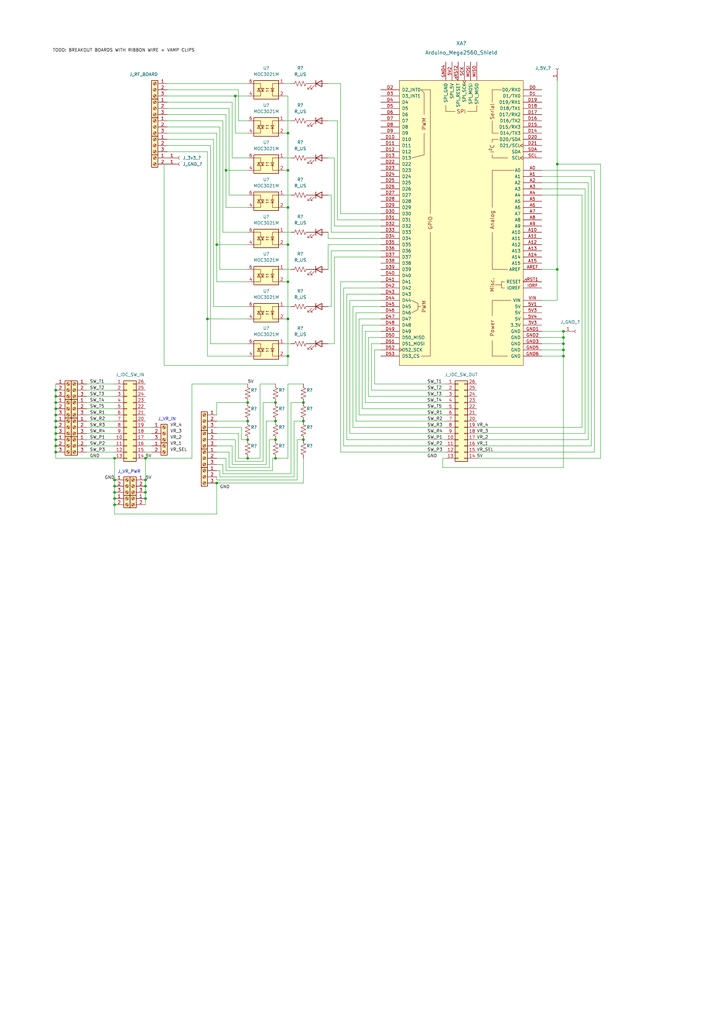
<source format=kicad_sch>
(kicad_sch (version 20211123) (generator eeschema)
  (paper "A3" portrait)
  (lib_symbols
    (symbol "Connector:Conn_01x01_Female" (pin_names (offset 1.016) hide)
      (property "Reference" "J" (at 0 2.54 0))
      (property "Value" "Conn_01x01_Female" (at 0 -2.54 0))
      (symbol "Conn_01x01_Female_1_1"
        (polyline (pts (xy -1.27 0) (xy -0.508 0)) (stroke (width 0.1524)))
        (arc (start 0 0.508) (mid -0.508 0) (end 0 -0.508) (stroke (width 0.1524)))
        (pin passive line (at -5.08 0 0) (length 3.81) (name "Pin_1") (number "1"))
      )
    )
    (symbol "Connector:Screw_Terminal_01x02" (pin_names (offset 1.016) hide)
      (property "Reference" "J" (at 0 2.54 0))
      (property "Value" "Screw_Terminal_01x02" (at 0 -5.08 0))
      (symbol "Screw_Terminal_01x02_1_1"
        (rectangle (start -1.27 1.27) (end 1.27 -3.81) (stroke (width 0.254)) (fill (type background)))
        (circle (center 0 -2.54) (radius 0.635) (stroke (width 0.1524)))
        (polyline (pts (xy -0.5334 -2.2098) (xy 0.3302 -3.048)) (stroke (width 0.1524)))
        (polyline (pts (xy -0.5334 0.3302) (xy 0.3302 -0.508)) (stroke (width 0.1524)))
        (polyline (pts (xy -0.3556 -2.032) (xy 0.508 -2.8702)) (stroke (width 0.1524)))
        (polyline (pts (xy -0.3556 0.508) (xy 0.508 -0.3302)) (stroke (width 0.1524)))
        (circle (center 0 0) (radius 0.635) (stroke (width 0.1524)))
        (pin passive line (at -5.08 0 0) (length 3.81) (name "Pin_1") (number "1"))
        (pin passive line (at -5.08 -2.54 0) (length 3.81) (name "Pin_2") (number "2"))
      )
    )
    (symbol "Connector:Screw_Terminal_01x03" (pin_names (offset 1.016) hide)
      (property "Reference" "J" (at 0 5.08 0))
      (property "Value" "Screw_Terminal_01x03" (at 0 -5.08 0))
      (symbol "Screw_Terminal_01x03_1_1"
        (rectangle (start -1.27 3.81) (end 1.27 -3.81) (stroke (width 0.254)) (fill (type background)))
        (circle (center 0 -2.54) (radius 0.635) (stroke (width 0.1524)))
        (polyline (pts (xy -0.5334 -2.2098) (xy 0.3302 -3.048)) (stroke (width 0.1524)))
        (polyline (pts (xy -0.5334 0.3302) (xy 0.3302 -0.508)) (stroke (width 0.1524)))
        (polyline (pts (xy -0.5334 2.8702) (xy 0.3302 2.032)) (stroke (width 0.1524)))
        (polyline (pts (xy -0.3556 -2.032) (xy 0.508 -2.8702)) (stroke (width 0.1524)))
        (polyline (pts (xy -0.3556 0.508) (xy 0.508 -0.3302)) (stroke (width 0.1524)))
        (polyline (pts (xy -0.3556 3.048) (xy 0.508 2.2098)) (stroke (width 0.1524)))
        (circle (center 0 0) (radius 0.635) (stroke (width 0.1524)))
        (circle (center 0 2.54) (radius 0.635) (stroke (width 0.1524)))
        (pin passive line (at -5.08 2.54 0) (length 3.81) (name "Pin_1") (number "1"))
        (pin passive line (at -5.08 0 0) (length 3.81) (name "Pin_2") (number "2"))
        (pin passive line (at -5.08 -2.54 0) (length 3.81) (name "Pin_3") (number "3"))
      )
    )
    (symbol "Connector_Generic:Conn_02x13_Counter_Clockwise" (pin_names (offset 1.016) hide)
      (property "Reference" "J" (at 1.27 17.78 0))
      (property "Value" "Conn_02x13_Counter_Clockwise" (at 1.27 -17.78 0))
      (symbol "Conn_02x13_Counter_Clockwise_1_1"
        (rectangle (start -1.27 -15.113) (end 0 -15.367) (stroke (width 0.1524)))
        (rectangle (start -1.27 -12.573) (end 0 -12.827) (stroke (width 0.1524)))
        (rectangle (start -1.27 -10.033) (end 0 -10.287) (stroke (width 0.1524)))
        (rectangle (start -1.27 -7.493) (end 0 -7.747) (stroke (width 0.1524)))
        (rectangle (start -1.27 -4.953) (end 0 -5.207) (stroke (width 0.1524)))
        (rectangle (start -1.27 -2.413) (end 0 -2.667) (stroke (width 0.1524)))
        (rectangle (start -1.27 0.127) (end 0 -0.127) (stroke (width 0.1524)))
        (rectangle (start -1.27 2.667) (end 0 2.413) (stroke (width 0.1524)))
        (rectangle (start -1.27 5.207) (end 0 4.953) (stroke (width 0.1524)))
        (rectangle (start -1.27 7.747) (end 0 7.493) (stroke (width 0.1524)))
        (rectangle (start -1.27 10.287) (end 0 10.033) (stroke (width 0.1524)))
        (rectangle (start -1.27 12.827) (end 0 12.573) (stroke (width 0.1524)))
        (rectangle (start -1.27 15.367) (end 0 15.113) (stroke (width 0.1524)))
        (rectangle (start -1.27 16.51) (end 3.81 -16.51) (stroke (width 0.254)) (fill (type background)))
        (rectangle (start 3.81 -15.113) (end 2.54 -15.367) (stroke (width 0.1524)))
        (rectangle (start 3.81 -12.573) (end 2.54 -12.827) (stroke (width 0.1524)))
        (rectangle (start 3.81 -10.033) (end 2.54 -10.287) (stroke (width 0.1524)))
        (rectangle (start 3.81 -7.493) (end 2.54 -7.747) (stroke (width 0.1524)))
        (rectangle (start 3.81 -4.953) (end 2.54 -5.207) (stroke (width 0.1524)))
        (rectangle (start 3.81 -2.413) (end 2.54 -2.667) (stroke (width 0.1524)))
        (rectangle (start 3.81 0.127) (end 2.54 -0.127) (stroke (width 0.1524)))
        (rectangle (start 3.81 2.667) (end 2.54 2.413) (stroke (width 0.1524)))
        (rectangle (start 3.81 5.207) (end 2.54 4.953) (stroke (width 0.1524)))
        (rectangle (start 3.81 7.747) (end 2.54 7.493) (stroke (width 0.1524)))
        (rectangle (start 3.81 10.287) (end 2.54 10.033) (stroke (width 0.1524)))
        (rectangle (start 3.81 12.827) (end 2.54 12.573) (stroke (width 0.1524)))
        (rectangle (start 3.81 15.367) (end 2.54 15.113) (stroke (width 0.1524)))
        (pin passive line (at -5.08 15.24 0) (length 3.81) (name "Pin_1") (number "1"))
        (pin passive line (at -5.08 -7.62 0) (length 3.81) (name "Pin_10") (number "10"))
        (pin passive line (at -5.08 -10.16 0) (length 3.81) (name "Pin_11") (number "11"))
        (pin passive line (at -5.08 -12.7 0) (length 3.81) (name "Pin_12") (number "12"))
        (pin passive line (at -5.08 -15.24 0) (length 3.81) (name "Pin_13") (number "13"))
        (pin passive line (at 7.62 -15.24 180) (length 3.81) (name "Pin_14") (number "14"))
        (pin passive line (at 7.62 -12.7 180) (length 3.81) (name "Pin_15") (number "15"))
        (pin passive line (at 7.62 -10.16 180) (length 3.81) (name "Pin_16") (number "16"))
        (pin passive line (at 7.62 -7.62 180) (length 3.81) (name "Pin_17") (number "17"))
        (pin passive line (at 7.62 -5.08 180) (length 3.81) (name "Pin_18") (number "18"))
        (pin passive line (at 7.62 -2.54 180) (length 3.81) (name "Pin_19") (number "19"))
        (pin passive line (at -5.08 12.7 0) (length 3.81) (name "Pin_2") (number "2"))
        (pin passive line (at 7.62 0 180) (length 3.81) (name "Pin_20") (number "20"))
        (pin passive line (at 7.62 2.54 180) (length 3.81) (name "Pin_21") (number "21"))
        (pin passive line (at 7.62 5.08 180) (length 3.81) (name "Pin_22") (number "22"))
        (pin passive line (at 7.62 7.62 180) (length 3.81) (name "Pin_23") (number "23"))
        (pin passive line (at 7.62 10.16 180) (length 3.81) (name "Pin_24") (number "24"))
        (pin passive line (at 7.62 12.7 180) (length 3.81) (name "Pin_25") (number "25"))
        (pin passive line (at 7.62 15.24 180) (length 3.81) (name "Pin_26") (number "26"))
        (pin passive line (at -5.08 10.16 0) (length 3.81) (name "Pin_3") (number "3"))
        (pin passive line (at -5.08 7.62 0) (length 3.81) (name "Pin_4") (number "4"))
        (pin passive line (at -5.08 5.08 0) (length 3.81) (name "Pin_5") (number "5"))
        (pin passive line (at -5.08 2.54 0) (length 3.81) (name "Pin_6") (number "6"))
        (pin passive line (at -5.08 0 0) (length 3.81) (name "Pin_7") (number "7"))
        (pin passive line (at -5.08 -2.54 0) (length 3.81) (name "Pin_8") (number "8"))
        (pin passive line (at -5.08 -5.08 0) (length 3.81) (name "Pin_9") (number "9"))
      )
    )
    (symbol "Device:LED" (pin_numbers hide) (pin_names (offset 1.016) hide)
      (property "Reference" "D" (at 0 2.54 0))
      (property "Value" "LED" (at 0 -2.54 0))
      (symbol "LED_0_1"
        (polyline (pts (xy -1.27 -1.27) (xy -1.27 1.27)) (stroke (width 0.254)))
        (polyline (pts (xy -1.27 0) (xy 1.27 0)))
        (polyline (pts (xy 1.27 -1.27) (xy 1.27 1.27) (xy -1.27 0) (xy 1.27 -1.27)) (stroke (width 0.254)))
        (polyline (pts (xy -3.048 -0.762) (xy -4.572 -2.286) (xy -3.81 -2.286) (xy -4.572 -2.286) (xy -4.572 -1.524)))
        (polyline (pts (xy -1.778 -0.762) (xy -3.302 -2.286) (xy -2.54 -2.286) (xy -3.302 -2.286) (xy -3.302 -1.524)))
      )
      (symbol "LED_1_1"
        (pin passive line (at -3.81 0 0) (length 2.54) (name "K") (number "1"))
        (pin passive line (at 3.81 0 180) (length 2.54) (name "A") (number "2"))
      )
    )
    (symbol "Device:R_US" (pin_numbers hide) (pin_names (offset 0))
      (property "Reference" "R" (at 2.54 0 90))
      (property "Value" "R_US" (at -2.54 0 90))
      (symbol "R_US_0_1"
        (polyline (pts (xy 0 -2.286) (xy 0 -2.54)))
        (polyline (pts (xy 0 2.286) (xy 0 2.54)))
        (polyline (pts (xy 0 -0.762) (xy 1.016 -1.143) (xy 0 -1.524) (xy -1.016 -1.905) (xy 0 -2.286)))
        (polyline (pts (xy 0 0.762) (xy 1.016 0.381) (xy 0 0) (xy -1.016 -0.381) (xy 0 -0.762)))
        (polyline (pts (xy 0 2.286) (xy 1.016 1.905) (xy 0 1.524) (xy -1.016 1.143) (xy 0 0.762)))
      )
      (symbol "R_US_1_1"
        (pin passive line (at 0 3.81 270) (length 1.27) (name "~") (number "1"))
        (pin passive line (at 0 -3.81 90) (length 1.27) (name "~") (number "2"))
      )
    )
    (symbol "PCM_arduino-library:Arduino_Mega2560_Shield" (pin_names (offset 1.016))
      (property "Reference" "XA" (at 0 -62.23 0))
      (property "Value" "Arduino_Mega2560_Shield" (at 0 -66.04 0))
      (symbol "Arduino_Mega2560_Shield_0_0"
        (rectangle (start -25.4 -58.42) (end 25.4 58.42) (fill (type background)))
        (rectangle (start -20.32 -31.75) (end -12.7 -31.75))
        (rectangle (start -19.05 -54.61) (end -12.7 -54.61))
        (rectangle (start -19.05 -19.05) (end -12.7 -19.05))
        (rectangle (start -19.05 26.67) (end -12.7 26.67))
        (rectangle (start -17.78 -26.67) (end -16.51 -26.67))
        (rectangle (start -17.78 -24.13) (end -16.51 -24.13))
        (rectangle (start -16.51 -25.4) (end -13.97 -25.4))
        (rectangle (start -16.51 -24.13) (end -16.51 -26.67))
        (rectangle (start -16.51 54.61) (end -12.7 54.61))
        (rectangle (start -15.24 34.29) (end -12.7 34.29))
        (rectangle (start -15.24 36.83) (end -12.7 36.83))
        (rectangle (start -12.7 -54.61) (end -12.7 -48.26))
        (rectangle (start -12.7 -31.75) (end -12.7 -38.1))
        (rectangle (start -12.7 26.67) (end -12.7 27.94))
        (rectangle (start -12.7 34.29) (end -12.7 33.02))
        (rectangle (start -12.7 41.91) (end -12.7 36.83))
        (rectangle (start -12.7 49.53) (end -12.7 54.61))
        (rectangle (start -6.35 48.26) (end -6.35 45.72))
        (rectangle (start -2.54 45.72) (end -6.35 45.72))
        (polyline (pts (xy -21.59 21.59) (xy -12.7 21.59)))
        (polyline (pts (xy -12.7 -19.05) (xy -12.7 -3.81)))
        (polyline (pts (xy -12.7 6.35) (xy -12.7 21.59)))
        (polyline (pts (xy 12.7 -54.61) (xy 16.51 -54.61)))
        (polyline (pts (xy 12.7 54.61) (xy 16.51 54.61)))
        (polyline (pts (xy 17.78 -34.29) (xy 16.51 -34.29)))
        (polyline (pts (xy 15.24 36.83) (xy 15.24 27.94) (xy 20.32 26.67)))
        (polyline (pts (xy 15.24 44.45) (xy 15.24 53.34) (xy 16.51 54.61)))
        (polyline (pts (xy 20.32 -31.75) (xy 17.78 -33.02) (xy 17.78 -35.56) (xy 20.32 -36.83)))
        (rectangle (start 6.35 45.72) (end 2.54 45.72))
        (rectangle (start 6.35 48.26) (end 6.35 45.72))
        (text "Analog" (at -12.7 1.27 900) (effects (font (size 1.524 1.524))))
        (text "I²C" (at -12.7 30.48 900) (effects (font (size 1.524 1.524))))
        (text "Misc." (at -12.7 -25.4 900) (effects (font (size 1.524 1.524))))
        (text "Power" (at -12.7 -43.18 900) (effects (font (size 1.524 1.524))))
        (text "PWM" (at 15.24 -34.29 900) (effects (font (size 1.524 1.524))))
        (text "PWM" (at 15.24 40.64 900) (effects (font (size 1.524 1.524))))
        (text "Serial" (at -12.7 45.72 900) (effects (font (size 1.524 1.524))))
        (text "SPI" (at 0 45.72 0) (effects (font (size 1.524 1.524))))
      )
      (symbol "Arduino_Mega2560_Shield_1_0"
        (rectangle (start 12.7 -54.61) (end 12.7 -3.81))
        (rectangle (start 12.7 54.61) (end 12.7 3.81))
        (text "GPIO" (at 12.7 0 900) (effects (font (size 1.524 1.524))))
      )
      (symbol "Arduino_Mega2560_Shield_1_1"
        (pin power_out line (at -33.02 -41.91 0) (length 7.62) (name "3.3V") (number "3V3"))
        (pin power_in line (at -33.02 -34.29 0) (length 7.62) (name "5V") (number "5V1"))
        (pin power_in line (at 3.81 66.04 270) (length 7.62) (name "SPI_5V") (number "5V2"))
        (pin power_in line (at -33.02 -36.83 0) (length 7.62) (name "5V") (number "5V3"))
        (pin power_in line (at -33.02 -39.37 0) (length 7.62) (name "5V") (number "5V4"))
        (pin bidirectional line (at -33.02 21.59 0) (length 7.62) (name "A0") (number "A0"))
        (pin bidirectional line (at -33.02 19.05 0) (length 7.62) (name "A1") (number "A1"))
        (pin bidirectional line (at -33.02 -3.81 0) (length 7.62) (name "A10") (number "A10"))
        (pin bidirectional line (at -33.02 -6.35 0) (length 7.62) (name "A11") (number "A11"))
        (pin bidirectional line (at -33.02 -8.89 0) (length 7.62) (name "A12") (number "A12"))
        (pin bidirectional line (at -33.02 -11.43 0) (length 7.62) (name "A13") (number "A13"))
        (pin bidirectional line (at -33.02 -13.97 0) (length 7.62) (name "A14") (number "A14"))
        (pin bidirectional line (at -33.02 -16.51 0) (length 7.62) (name "A15") (number "A15"))
        (pin bidirectional line (at -33.02 16.51 0) (length 7.62) (name "A2") (number "A2"))
        (pin bidirectional line (at -33.02 13.97 0) (length 7.62) (name "A3") (number "A3"))
        (pin bidirectional line (at -33.02 11.43 0) (length 7.62) (name "A4") (number "A4"))
        (pin bidirectional line (at -33.02 8.89 0) (length 7.62) (name "A5") (number "A5"))
        (pin bidirectional line (at -33.02 6.35 0) (length 7.62) (name "A6") (number "A6"))
        (pin bidirectional line (at -33.02 3.81 0) (length 7.62) (name "A7") (number "A7"))
        (pin bidirectional line (at -33.02 1.27 0) (length 7.62) (name "A8") (number "A8"))
        (pin bidirectional line (at -33.02 -1.27 0) (length 7.62) (name "A9") (number "A9"))
        (pin input line (at -33.02 -19.05 0) (length 7.62) (name "AREF") (number "AREF"))
        (pin bidirectional line (at -33.02 54.61 0) (length 7.62) (name "D0/RX0") (number "D0"))
        (pin bidirectional line (at -33.02 52.07 0) (length 7.62) (name "D1/TX0") (number "D1"))
        (pin bidirectional line (at 33.02 34.29 180) (length 7.62) (name "D10") (number "D10"))
        (pin bidirectional line (at 33.02 31.75 180) (length 7.62) (name "D11") (number "D11"))
        (pin bidirectional line (at 33.02 29.21 180) (length 7.62) (name "D12") (number "D12"))
        (pin bidirectional line (at 33.02 26.67 180) (length 7.62) (name "D13") (number "D13"))
        (pin bidirectional line (at -33.02 36.83 0) (length 7.62) (name "D14/TX3") (number "D14"))
        (pin bidirectional line (at -33.02 39.37 0) (length 7.62) (name "D15/RX3") (number "D15"))
        (pin bidirectional line (at -33.02 41.91 0) (length 7.62) (name "D16/TX2") (number "D16"))
        (pin bidirectional line (at -33.02 44.45 0) (length 7.62) (name "D17/RX2") (number "D17"))
        (pin bidirectional line (at -33.02 46.99 0) (length 7.62) (name "D18/TX1") (number "D18"))
        (pin bidirectional line (at -33.02 49.53 0) (length 7.62) (name "D19/RX1") (number "D19"))
        (pin bidirectional line (at 33.02 54.61 180) (length 7.62) (name "D2_INT0") (number "D2"))
        (pin bidirectional line (at -33.02 34.29 0) (length 7.62) (name "D20/SDA") (number "D20"))
        (pin bidirectional clock (at -33.02 31.75 0) (length 7.62) (name "D21/SCL") (number "D21"))
        (pin bidirectional line (at 33.02 24.13 180) (length 7.62) (name "D22") (number "D22"))
        (pin bidirectional line (at 33.02 21.59 180) (length 7.62) (name "D23") (number "D23"))
        (pin bidirectional line (at 33.02 19.05 180) (length 7.62) (name "D24") (number "D24"))
        (pin bidirectional line (at 33.02 16.51 180) (length 7.62) (name "D25") (number "D25"))
        (pin bidirectional line (at 33.02 13.97 180) (length 7.62) (name "D26") (number "D26"))
        (pin bidirectional line (at 33.02 11.43 180) (length 7.62) (name "D27") (number "D27"))
        (pin bidirectional line (at 33.02 8.89 180) (length 7.62) (name "D28") (number "D28"))
        (pin bidirectional line (at 33.02 6.35 180) (length 7.62) (name "D29") (number "D29"))
        (pin bidirectional line (at 33.02 52.07 180) (length 7.62) (name "D3_INT1") (number "D3"))
        (pin bidirectional line (at 33.02 3.81 180) (length 7.62) (name "D30") (number "D30"))
        (pin bidirectional line (at 33.02 1.27 180) (length 7.62) (name "D31") (number "D31"))
        (pin bidirectional line (at 33.02 -1.27 180) (length 7.62) (name "D32") (number "D32"))
        (pin bidirectional line (at 33.02 -3.81 180) (length 7.62) (name "D33") (number "D33"))
        (pin bidirectional line (at 33.02 -6.35 180) (length 7.62) (name "D34") (number "D34"))
        (pin bidirectional line (at 33.02 -8.89 180) (length 7.62) (name "D35") (number "D35"))
        (pin bidirectional line (at 33.02 -11.43 180) (length 7.62) (name "D36") (number "D36"))
        (pin bidirectional line (at 33.02 -13.97 180) (length 7.62) (name "D37") (number "D37"))
        (pin bidirectional line (at 33.02 -16.51 180) (length 7.62) (name "D38") (number "D38"))
        (pin bidirectional line (at 33.02 -19.05 180) (length 7.62) (name "D39") (number "D39"))
        (pin bidirectional line (at 33.02 49.53 180) (length 7.62) (name "D4") (number "D4"))
        (pin bidirectional line (at 33.02 -21.59 180) (length 7.62) (name "D40") (number "D40"))
        (pin bidirectional line (at 33.02 -24.13 180) (length 7.62) (name "D41") (number "D41"))
        (pin bidirectional line (at 33.02 -26.67 180) (length 7.62) (name "D42") (number "D42"))
        (pin bidirectional line (at 33.02 -29.21 180) (length 7.62) (name "D43") (number "D43"))
        (pin bidirectional line (at 33.02 -31.75 180) (length 7.62) (name "D44") (number "D44"))
        (pin bidirectional line (at 33.02 -34.29 180) (length 7.62) (name "D45") (number "D45"))
        (pin bidirectional line (at 33.02 -36.83 180) (length 7.62) (name "D46") (number "D46"))
        (pin bidirectional line (at 33.02 -39.37 180) (length 7.62) (name "D47") (number "D47"))
        (pin bidirectional line (at 33.02 -41.91 180) (length 7.62) (name "D48") (number "D48"))
        (pin bidirectional line (at 33.02 -44.45 180) (length 7.62) (name "D49") (number "D49"))
        (pin bidirectional line (at 33.02 46.99 180) (length 7.62) (name "D5") (number "D5"))
        (pin bidirectional line (at 33.02 -46.99 180) (length 7.62) (name "D50_MISO") (number "D50"))
        (pin bidirectional line (at 33.02 -49.53 180) (length 7.62) (name "D51_MOSI") (number "D51"))
        (pin bidirectional clock (at 33.02 -52.07 180) (length 7.62) (name "D52_SCK") (number "D52"))
        (pin bidirectional line (at 33.02 -54.61 180) (length 7.62) (name "D53_CS") (number "D53"))
        (pin bidirectional line (at 33.02 44.45 180) (length 7.62) (name "D6") (number "D6"))
        (pin bidirectional line (at 33.02 41.91 180) (length 7.62) (name "D7") (number "D7"))
        (pin bidirectional line (at 33.02 39.37 180) (length 7.62) (name "D8") (number "D8"))
        (pin bidirectional line (at 33.02 36.83 180) (length 7.62) (name "D9") (number "D9"))
        (pin power_in line (at -33.02 -44.45 0) (length 7.62) (name "GND") (number "GND1"))
        (pin power_in line (at -33.02 -46.99 0) (length 7.62) (name "GND") (number "GND2"))
        (pin power_in line (at -33.02 -49.53 0) (length 7.62) (name "GND") (number "GND3"))
        (pin power_in line (at 6.35 66.04 270) (length 7.62) (name "SPI_GND") (number "GND4"))
        (pin power_in line (at -33.02 -52.07 0) (length 7.62) (name "GND") (number "GND5"))
        (pin power_in line (at -33.02 -54.61 0) (length 7.62) (name "GND") (number "GND6"))
        (pin output line (at -33.02 -26.67 0) (length 7.62) (name "IOREF") (number "IORF"))
        (pin input line (at -6.35 66.04 270) (length 7.62) (name "SPI_MISO") (number "MISO"))
        (pin output line (at -3.81 66.04 270) (length 7.62) (name "SPI_MOSI") (number "MOSI"))
        (pin open_collector input_low (at -33.02 -24.13 0) (length 7.62) (name "RESET") (number "RST1"))
        (pin open_collector input_low (at 1.27 66.04 270) (length 7.62) (name "SPI_RESET") (number "RST2"))
        (pin output clock (at -1.27 66.04 270) (length 7.62) (name "SPI_SCK") (number "SCK"))
        (pin bidirectional clock (at -33.02 26.67 0) (length 7.62) (name "SCL") (number "SCL"))
        (pin bidirectional line (at -33.02 29.21 0) (length 7.62) (name "SDA") (number "SDA"))
        (pin power_in line (at -33.02 -31.75 0) (length 7.62) (name "VIN") (number "VIN"))
      )
    )
    (symbol "Relay_SolidState:MOC3021M"
      (property "Reference" "U" (at -5.334 4.826 0))
      (property "Value" "MOC3021M" (at 0 5.08 0))
      (symbol "MOC3021M_0_1"
        (rectangle (start -5.08 3.81) (end 5.08 -3.81) (stroke (width 0.254)) (fill (type background)))
        (polyline (pts (xy -3.175 -0.635) (xy -1.905 -0.635)))
        (polyline (pts (xy 1.524 -0.635) (xy 1.524 0.635)))
        (polyline (pts (xy 3.048 0.635) (xy 3.048 -0.635)))
        (polyline (pts (xy 2.286 -0.635) (xy 2.286 -2.54) (xy 5.08 -2.54)))
        (polyline (pts (xy 2.286 0.635) (xy 2.286 2.54) (xy 5.08 2.54)))
        (polyline (pts (xy -5.08 2.54) (xy -2.54 2.54) (xy -2.54 -2.54) (xy -5.08 -2.54)))
        (polyline (pts (xy -2.54 -0.635) (xy -3.175 0.635) (xy -1.905 0.635) (xy -2.54 -0.635)))
        (polyline (pts (xy 0.889 -0.635) (xy 3.683 -0.635) (xy 3.048 0.635) (xy 2.413 -0.635)))
        (polyline (pts (xy 3.683 0.635) (xy 0.889 0.635) (xy 1.524 -0.635) (xy 2.159 0.635)))
        (polyline (pts (xy -1.143 -0.508) (xy 0.127 -0.508) (xy -0.254 -0.635) (xy -0.254 -0.381) (xy 0.127 -0.508)))
        (polyline (pts (xy -1.143 0.508) (xy 0.127 0.508) (xy -0.254 0.381) (xy -0.254 0.635) (xy 0.127 0.508)))
      )
      (symbol "MOC3021M_1_1"
        (pin passive line (at -7.62 2.54 0) (length 2.54) (name "~") (number "1"))
        (pin passive line (at -7.62 -2.54 0) (length 2.54) (name "~") (number "2"))
        (pin no_connect line (at -5.08 0 0) (length 2.54) hide (name "NC") (number "3"))
        (pin passive line (at 7.62 -2.54 180) (length 2.54) (name "~") (number "4"))
        (pin no_connect line (at 5.08 0 180) (length 2.54) hide (name "NC") (number "5"))
        (pin passive line (at 7.62 2.54 180) (length 2.54) (name "~") (number "6"))
      )
    )
  )
  (junction (at 22.86 175.26))
  (junction (at 124.46 165.1))
  (junction (at 124.46 180.34))
  (junction (at 118.11 85.09))
  (junction (at 22.86 177.8))
  (junction (at 22.86 167.64))
  (junction (at 85.09 130.81))
  (junction (at 228.6 110.49))
  (junction (at 46.99 207.01))
  (junction (at 101.6 172.72))
  (junction (at 88.9 198.12))
  (junction (at 231.14 135.89))
  (junction (at 22.86 172.72))
  (junction (at 231.14 146.05))
  (junction (at 59.69 201.93))
  (junction (at 96.52 39.37))
  (junction (at 231.14 138.43))
  (junction (at 113.03 165.1))
  (junction (at 59.69 204.47))
  (junction (at 59.69 187.96))
  (junction (at 22.86 165.1))
  (junction (at 22.86 162.56))
  (junction (at 22.86 182.88))
  (junction (at 59.69 196.85))
  (junction (at 118.11 54.61))
  (junction (at 118.11 100.33))
  (junction (at 46.99 196.85))
  (junction (at 113.03 187.96))
  (junction (at 228.6 67.31))
  (junction (at 46.99 201.93))
  (junction (at 113.03 172.72))
  (junction (at 46.99 199.39))
  (junction (at 231.14 143.51))
  (junction (at 46.99 204.47))
  (junction (at 22.86 170.18))
  (junction (at 22.86 185.42))
  (junction (at 92.71 69.85))
  (junction (at 22.86 160.02))
  (junction (at 101.6 187.96))
  (junction (at 118.11 115.57))
  (junction (at 101.6 180.34))
  (junction (at 101.6 165.1))
  (junction (at 118.11 69.85))
  (junction (at 124.46 172.72))
  (junction (at 46.99 187.96))
  (junction (at 59.69 199.39))
  (junction (at 113.03 180.34))
  (junction (at 231.14 140.97))
  (junction (at 88.9 100.33))
  (junction (at 118.11 130.81))
  (junction (at 22.86 180.34))
  (junction (at 118.11 146.05))
  (wire (pts (xy 246.38 67.31) (xy 246.38 187.96)))
  (wire (pts (xy 97.79 187.96) (xy 101.6 187.96)))
  (wire (pts (xy 92.71 69.85) (xy 92.71 46.99)))
  (wire (pts (xy 146.05 172.72) (xy 182.88 172.72)))
  (wire (pts (xy 116.84 95.25) (xy 119.38 95.25)))
  (wire (pts (xy 139.7 115.57) (xy 156.21 115.57)))
  (wire (pts (xy 85.09 62.23) (xy 85.09 130.81)))
  (wire (pts (xy 35.56 157.48) (xy 46.99 157.48)))
  (wire (pts (xy 151.13 162.56) (xy 182.88 162.56)))
  (wire (pts (xy 139.7 185.42) (xy 182.88 185.42)))
  (wire (pts (xy 137.16 64.77) (xy 137.16 92.71)))
  (wire (pts (xy 134.62 95.25) (xy 134.62 97.79)))
  (wire (pts (xy 222.25 110.49) (xy 228.6 110.49)))
  (wire (pts (xy 134.62 110.49) (xy 134.62 100.33)))
  (wire (pts (xy 109.22 172.72) (xy 109.22 190.5)))
  (wire (pts (xy 222.25 135.89) (xy 231.14 135.89)))
  (wire (pts (xy 35.56 177.8) (xy 46.99 177.8)))
  (wire (pts (xy 240.03 177.8) (xy 240.03 77.47)))
  (wire (pts (xy 140.97 182.88) (xy 182.88 182.88)))
  (wire (pts (xy 46.99 196.85) (xy 46.99 199.39)))
  (wire (pts (xy 88.9 165.1) (xy 88.9 170.18)))
  (wire (pts (xy 68.58 39.37) (xy 96.52 39.37)))
  (wire (pts (xy 113.03 165.1) (xy 107.95 165.1)))
  (wire (pts (xy 59.69 175.26) (xy 62.23 175.26)))
  (wire (pts (xy 93.98 191.77) (xy 110.49 191.77)))
  (wire (pts (xy 116.84 69.85) (xy 118.11 69.85)))
  (wire (pts (xy 228.6 67.31) (xy 228.6 110.49)))
  (wire (pts (xy 118.11 69.85) (xy 118.11 85.09)))
  (wire (pts (xy 142.24 120.65) (xy 142.24 180.34)))
  (wire (pts (xy 222.25 123.19) (xy 228.6 123.19)))
  (wire (pts (xy 88.9 198.12) (xy 124.46 198.12)))
  (wire (pts (xy 116.84 64.77) (xy 119.38 64.77)))
  (wire (pts (xy 137.16 92.71) (xy 156.21 92.71)))
  (wire (pts (xy 116.84 80.01) (xy 119.38 80.01)))
  (wire (pts (xy 101.6 140.97) (xy 86.36 140.97)))
  (wire (pts (xy 59.69 201.93) (xy 59.69 204.47)))
  (wire (pts (xy 153.67 143.51) (xy 153.67 157.48)))
  (wire (pts (xy 22.86 160.02) (xy 22.86 162.56)))
  (wire (pts (xy 142.24 120.65) (xy 156.21 120.65)))
  (wire (pts (xy 246.38 187.96) (xy 195.58 187.96)))
  (wire (pts (xy 106.68 157.48) (xy 113.03 157.48)))
  (wire (pts (xy 95.25 64.77) (xy 95.25 41.91)))
  (wire (pts (xy 241.3 74.93) (xy 222.25 74.93)))
  (wire (pts (xy 118.11 187.96) (xy 118.11 157.48)))
  (wire (pts (xy 101.6 146.05) (xy 85.09 146.05)))
  (wire (pts (xy 231.14 146.05) (xy 231.14 191.77)))
  (wire (pts (xy 91.44 95.25) (xy 91.44 49.53)))
  (wire (pts (xy 156.21 138.43) (xy 151.13 138.43)))
  (wire (pts (xy 35.56 165.1) (xy 46.99 165.1)))
  (wire (pts (xy 142.24 180.34) (xy 182.88 180.34)))
  (wire (pts (xy 134.62 100.33) (xy 156.21 100.33)))
  (wire (pts (xy 59.69 187.96) (xy 59.69 196.85)))
  (wire (pts (xy 134.62 125.73) (xy 135.89 125.73)))
  (wire (pts (xy 118.11 100.33) (xy 118.11 115.57)))
  (wire (pts (xy 92.71 69.85) (xy 101.6 69.85)))
  (wire (pts (xy 22.86 167.64) (xy 22.86 170.18)))
  (wire (pts (xy 151.13 138.43) (xy 151.13 162.56)))
  (wire (pts (xy 231.14 138.43) (xy 231.14 140.97)))
  (wire (pts (xy 35.56 160.02) (xy 46.99 160.02)))
  (wire (pts (xy 118.11 130.81) (xy 118.11 146.05)))
  (wire (pts (xy 35.56 170.18) (xy 46.99 170.18)))
  (wire (pts (xy 22.86 157.48) (xy 22.86 160.02)))
  (wire (pts (xy 195.58 180.34) (xy 241.3 180.34)))
  (wire (pts (xy 222.25 143.51) (xy 231.14 143.51)))
  (wire (pts (xy 124.46 172.72) (xy 120.65 172.72)))
  (wire (pts (xy 118.11 39.37) (xy 118.11 54.61)))
  (wire (pts (xy 137.16 140.97) (xy 137.16 105.41)))
  (wire (pts (xy 118.11 115.57) (xy 118.11 130.81)))
  (wire (pts (xy 97.79 187.96) (xy 97.79 177.8)))
  (wire (pts (xy 91.44 194.31) (xy 119.38 194.31)))
  (wire (pts (xy 68.58 52.07) (xy 90.17 52.07)))
  (wire (pts (xy 195.58 175.26) (xy 238.76 175.26)))
  (wire (pts (xy 88.9 100.33) (xy 88.9 115.57)))
  (wire (pts (xy 116.84 100.33) (xy 118.11 100.33)))
  (wire (pts (xy 139.7 87.63) (xy 156.21 87.63)))
  (wire (pts (xy 148.59 133.35) (xy 148.59 167.64)))
  (wire (pts (xy 143.51 123.19) (xy 143.51 177.8)))
  (wire (pts (xy 22.86 172.72) (xy 22.86 175.26)))
  (wire (pts (xy 96.52 39.37) (xy 96.52 54.61)))
  (wire (pts (xy 181.61 187.96) (xy 181.61 191.77)))
  (wire (pts (xy 140.97 118.11) (xy 156.21 118.11)))
  (wire (pts (xy 67.31 67.31) (xy 67.31 149.86)))
  (wire (pts (xy 116.84 49.53) (xy 119.38 49.53)))
  (wire (pts (xy 92.71 69.85) (xy 92.71 85.09)))
  (wire (pts (xy 59.69 182.88) (xy 62.23 182.88)))
  (wire (pts (xy 144.78 175.26) (xy 182.88 175.26)))
  (wire (pts (xy 134.62 97.79) (xy 156.21 97.79)))
  (wire (pts (xy 68.58 62.23) (xy 85.09 62.23)))
  (wire (pts (xy 93.98 185.42) (xy 88.9 185.42)))
  (wire (pts (xy 90.17 195.58) (xy 90.17 193.04)))
  (wire (pts (xy 35.56 175.26) (xy 46.99 175.26)))
  (wire (pts (xy 147.32 130.81) (xy 147.32 170.18)))
  (wire (pts (xy 88.9 198.12) (xy 88.9 210.82)))
  (wire (pts (xy 153.67 157.48) (xy 182.88 157.48)))
  (wire (pts (xy 107.95 165.1) (xy 107.95 189.23)))
  (wire (pts (xy 222.25 146.05) (xy 231.14 146.05)))
  (wire (pts (xy 46.99 210.82) (xy 46.99 207.01)))
  (wire (pts (xy 68.58 57.15) (xy 87.63 57.15)))
  (wire (pts (xy 88.9 54.61) (xy 88.9 100.33)))
  (wire (pts (xy 156.21 140.97) (xy 152.4 140.97)))
  (wire (pts (xy 243.84 69.85) (xy 222.25 69.85)))
  (wire (pts (xy 243.84 185.42) (xy 243.84 69.85)))
  (wire (pts (xy 181.61 187.96) (xy 182.88 187.96)))
  (wire (pts (xy 35.56 180.34) (xy 46.99 180.34)))
  (wire (pts (xy 35.56 185.42) (xy 46.99 185.42)))
  (wire (pts (xy 88.9 115.57) (xy 101.6 115.57)))
  (wire (pts (xy 222.25 140.97) (xy 231.14 140.97)))
  (wire (pts (xy 238.76 80.01) (xy 222.25 80.01)))
  (wire (pts (xy 46.99 201.93) (xy 46.99 204.47)))
  (wire (pts (xy 91.44 194.31) (xy 91.44 190.5)))
  (wire (pts (xy 68.58 49.53) (xy 91.44 49.53)))
  (wire (pts (xy 92.71 187.96) (xy 88.9 187.96)))
  (wire (pts (xy 113.03 180.34) (xy 110.49 180.34)))
  (wire (pts (xy 134.62 64.77) (xy 137.16 64.77)))
  (wire (pts (xy 121.92 180.34) (xy 121.92 196.85)))
  (wire (pts (xy 242.57 182.88) (xy 242.57 72.39)))
  (wire (pts (xy 92.71 193.04) (xy 92.71 187.96)))
  (wire (pts (xy 222.25 138.43) (xy 231.14 138.43)))
  (wire (pts (xy 67.31 149.86) (xy 118.11 149.86)))
  (wire (pts (xy 101.6 125.73) (xy 87.63 125.73)))
  (wire (pts (xy 22.86 162.56) (xy 22.86 165.1)))
  (wire (pts (xy 59.69 199.39) (xy 59.69 201.93)))
  (wire (pts (xy 93.98 191.77) (xy 93.98 185.42)))
  (wire (pts (xy 68.58 41.91) (xy 95.25 41.91)))
  (wire (pts (xy 35.56 182.88) (xy 46.99 182.88)))
  (wire (pts (xy 116.84 115.57) (xy 118.11 115.57)))
  (wire (pts (xy 96.52 39.37) (xy 101.6 39.37)))
  (wire (pts (xy 85.09 130.81) (xy 85.09 146.05)))
  (wire (pts (xy 144.78 125.73) (xy 156.21 125.73)))
  (wire (pts (xy 59.69 187.96) (xy 78.74 187.96)))
  (wire (pts (xy 156.21 143.51) (xy 153.67 143.51)))
  (wire (pts (xy 22.86 185.42) (xy 22.86 187.96)))
  (wire (pts (xy 134.62 80.01) (xy 135.89 80.01)))
  (wire (pts (xy 152.4 140.97) (xy 152.4 160.02)))
  (wire (pts (xy 92.71 193.04) (xy 111.76 193.04)))
  (wire (pts (xy 68.58 44.45) (xy 93.98 44.45)))
  (wire (pts (xy 148.59 133.35) (xy 156.21 133.35)))
  (wire (pts (xy 90.17 193.04) (xy 88.9 193.04)))
  (wire (pts (xy 116.84 146.05) (xy 118.11 146.05)))
  (wire (pts (xy 22.86 187.96) (xy 46.99 187.96)))
  (wire (pts (xy 135.89 102.87) (xy 156.21 102.87)))
  (wire (pts (xy 101.6 187.96) (xy 106.68 187.96)))
  (wire (pts (xy 120.65 172.72) (xy 120.65 195.58)))
  (wire (pts (xy 78.74 157.48) (xy 78.74 187.96)))
  (wire (pts (xy 241.3 74.93) (xy 241.3 180.34)))
  (wire (pts (xy 116.84 34.29) (xy 119.38 34.29)))
  (wire (pts (xy 22.86 170.18) (xy 22.86 172.72)))
  (wire (pts (xy 99.06 180.34) (xy 99.06 175.26)))
  (wire (pts (xy 35.56 167.64) (xy 46.99 167.64)))
  (wire (pts (xy 228.6 67.31) (xy 246.38 67.31)))
  (wire (pts (xy 124.46 180.34) (xy 121.92 180.34)))
  (wire (pts (xy 119.38 165.1) (xy 119.38 194.31)))
  (wire (pts (xy 118.11 85.09) (xy 118.11 100.33)))
  (wire (pts (xy 111.76 187.96) (xy 111.76 193.04)))
  (wire (pts (xy 46.99 199.39) (xy 46.99 201.93)))
  (wire (pts (xy 149.86 135.89) (xy 156.21 135.89)))
  (wire (pts (xy 116.84 54.61) (xy 118.11 54.61)))
  (wire (pts (xy 124.46 187.96) (xy 124.46 198.12)))
  (wire (pts (xy 68.58 54.61) (xy 88.9 54.61)))
  (wire (pts (xy 35.56 172.72) (xy 46.99 172.72)))
  (wire (pts (xy 95.25 190.5) (xy 109.22 190.5)))
  (wire (pts (xy 228.6 110.49) (xy 228.6 123.19)))
  (wire (pts (xy 91.44 190.5) (xy 88.9 190.5)))
  (wire (pts (xy 195.58 177.8) (xy 240.03 177.8)))
  (wire (pts (xy 116.84 125.73) (xy 119.38 125.73)))
  (wire (pts (xy 22.86 175.26) (xy 22.86 177.8)))
  (wire (pts (xy 90.17 52.07) (xy 90.17 110.49)))
  (wire (pts (xy 138.43 90.17) (xy 156.21 90.17)))
  (wire (pts (xy 231.14 140.97) (xy 231.14 143.51)))
  (wire (pts (xy 139.7 115.57) (xy 139.7 185.42)))
  (wire (pts (xy 88.9 100.33) (xy 101.6 100.33)))
  (wire (pts (xy 143.51 177.8) (xy 182.88 177.8)))
  (wire (pts (xy 134.62 34.29) (xy 139.7 34.29)))
  (wire (pts (xy 181.61 191.77) (xy 231.14 191.77)))
  (wire (pts (xy 116.84 130.81) (xy 118.11 130.81)))
  (wire (pts (xy 22.86 182.88) (xy 22.86 185.42)))
  (wire (pts (xy 101.6 165.1) (xy 88.9 165.1)))
  (wire (pts (xy 101.6 80.01) (xy 93.98 80.01)))
  (wire (pts (xy 101.6 95.25) (xy 91.44 95.25)))
  (wire (pts (xy 22.86 165.1) (xy 22.86 167.64)))
  (wire (pts (xy 135.89 95.25) (xy 156.21 95.25)))
  (wire (pts (xy 228.6 33.02) (xy 228.6 67.31)))
  (wire (pts (xy 97.79 49.53) (xy 97.79 36.83)))
  (wire (pts (xy 231.14 143.51) (xy 231.14 146.05)))
  (wire (pts (xy 116.84 140.97) (xy 119.38 140.97)))
  (wire (pts (xy 86.36 140.97) (xy 86.36 59.69)))
  (wire (pts (xy 113.03 172.72) (xy 109.22 172.72)))
  (wire (pts (xy 59.69 204.47) (xy 59.69 207.01)))
  (wire (pts (xy 96.52 189.23) (xy 96.52 180.34)))
  (wire (pts (xy 46.99 204.47) (xy 46.99 207.01)))
  (wire (pts (xy 147.32 130.81) (xy 156.21 130.81)))
  (wire (pts (xy 231.14 135.89) (xy 231.14 138.43)))
  (wire (pts (xy 144.78 125.73) (xy 144.78 175.26)))
  (wire (pts (xy 88.9 196.85) (xy 121.92 196.85)))
  (wire (pts (xy 124.46 165.1) (xy 119.38 165.1)))
  (wire (pts (xy 88.9 196.85) (xy 88.9 195.58)))
  (wire (pts (xy 139.7 34.29) (xy 139.7 87.63)))
  (wire (pts (xy 113.03 187.96) (xy 111.76 187.96)))
  (wire (pts (xy 146.05 128.27) (xy 146.05 172.72)))
  (wire (pts (xy 149.86 135.89) (xy 149.86 165.1)))
  (wire (pts (xy 118.11 54.61) (xy 118.11 69.85)))
  (wire (pts (xy 152.4 160.02) (xy 182.88 160.02)))
  (wire (pts (xy 106.68 157.48) (xy 106.68 187.96)))
  (wire (pts (xy 238.76 175.26) (xy 238.76 80.01)))
  (wire (pts (xy 22.86 177.8) (xy 22.86 180.34)))
  (wire (pts (xy 118.11 157.48) (xy 124.46 157.48)))
  (wire (pts (xy 90.17 195.58) (xy 120.65 195.58)))
  (wire (pts (xy 87.63 125.73) (xy 87.63 57.15)))
  (wire (pts (xy 59.69 185.42) (xy 62.23 185.42)))
  (wire (pts (xy 85.09 130.81) (xy 101.6 130.81)))
  (wire (pts (xy 59.69 177.8) (xy 62.23 177.8)))
  (wire (pts (xy 137.16 105.41) (xy 156.21 105.41)))
  (wire (pts (xy 99.06 175.26) (xy 88.9 175.26)))
  (wire (pts (xy 148.59 167.64) (xy 182.88 167.64)))
  (wire (pts (xy 59.69 180.34) (xy 62.23 180.34)))
  (wire (pts (xy 116.84 39.37) (xy 118.11 39.37)))
  (wire (pts (xy 95.25 64.77) (xy 101.6 64.77)))
  (wire (pts (xy 99.06 180.34) (xy 101.6 180.34)))
  (wire (pts (xy 68.58 59.69) (xy 86.36 59.69)))
  (wire (pts (xy 110.49 180.34) (xy 110.49 191.77)))
  (wire (pts (xy 116.84 85.09) (xy 118.11 85.09)))
  (wire (pts (xy 95.25 182.88) (xy 88.9 182.88)))
  (wire (pts (xy 92.71 85.09) (xy 101.6 85.09)))
  (wire (pts (xy 118.11 146.05) (xy 118.11 149.86)))
  (wire (pts (xy 242.57 72.39) (xy 222.25 72.39)))
  (wire (pts (xy 138.43 49.53) (xy 138.43 90.17)))
  (wire (pts (xy 147.32 170.18) (xy 182.88 170.18)))
  (wire (pts (xy 68.58 34.29) (xy 101.6 34.29)))
  (wire (pts (xy 135.89 80.01) (xy 135.89 95.25)))
  (wire (pts (xy 240.03 77.47) (xy 222.25 77.47)))
  (wire (pts (xy 143.51 123.19) (xy 156.21 123.19)))
  (wire (pts (xy 116.84 110.49) (xy 119.38 110.49)))
  (wire (pts (xy 96.52 180.34) (xy 88.9 180.34)))
  (wire (pts (xy 149.86 165.1) (xy 182.88 165.1)))
  (wire (pts (xy 22.86 180.34) (xy 22.86 182.88)))
  (wire (pts (xy 113.03 187.96) (xy 118.11 187.96)))
  (wire (pts (xy 88.9 172.72) (xy 101.6 172.72)))
  (wire (pts (xy 140.97 118.11) (xy 140.97 182.88)))
  (wire (pts (xy 97.79 177.8) (xy 88.9 177.8)))
  (wire (pts (xy 195.58 182.88) (xy 242.57 182.88)))
  (wire (pts (xy 96.52 189.23) (xy 107.95 189.23)))
  (wire (pts (xy 35.56 162.56) (xy 46.99 162.56)))
  (wire (pts (xy 101.6 110.49) (xy 90.17 110.49)))
  (wire (pts (xy 46.99 187.96) (xy 46.99 196.85)))
  (wire (pts (xy 195.58 185.42) (xy 243.84 185.42)))
  (wire (pts (xy 101.6 49.53) (xy 97.79 49.53)))
  (wire (pts (xy 101.6 157.48) (xy 78.74 157.48)))
  (wire (pts (xy 134.62 49.53) (xy 138.43 49.53)))
  (wire (pts (xy 96.52 54.61) (xy 101.6 54.61)))
  (wire (pts (xy 68.58 36.83) (xy 97.79 36.83)))
  (wire (pts (xy 95.25 190.5) (xy 95.25 182.88)))
  (wire (pts (xy 93.98 44.45) (xy 93.98 80.01)))
  (wire (pts (xy 134.62 140.97) (xy 137.16 140.97)))
  (wire (pts (xy 68.58 46.99) (xy 92.71 46.99)))
  (wire (pts (xy 59.69 196.85) (xy 59.69 199.39)))
  (wire (pts (xy 146.05 128.27) (xy 156.21 128.27)))
  (wire (pts (xy 135.89 125.73) (xy 135.89 102.87)))
  (wire (pts (xy 88.9 210.82) (xy 46.99 210.82)))
  (text "J_VR_PWR" (at 48.26 194.31 0) (effects (font (size 1.27 1.27)) (justify left bottom)))
  (text "J_VR_IN" (at 64.77 172.72 0) (effects (font (size 1.27 1.27)) (justify left bottom)))
  (label "GND" (at 90.17 200.66 0))
  (label "SW_T5" (at 36.83 167.64 0))
  (label "5V" (at 101.6 157.48 0))
  (label "SW_T4" (at 175.26 165.1 0))
  (label "GND" (at 46.99 196.85 180))
  (label "SW_R2" (at 36.83 172.72 0))
  (label "VR_2" (at 69.85 180.34 0))
  (label "VR_4" (at 195.58 175.26 0))
  (label "SW_P2" (at 175.26 182.88 0))
  (label "SW_R4" (at 175.26 177.8 0))
  (label "SW_T5" (at 175.26 167.64 0))
  (label "VR_3" (at 69.85 177.8 0))
  (label "VR_SEL" (at 69.85 185.42 0))
  (label "TODO: BREAKOUT BOARDS WITH RIBBON WIRE + VAMP CLIPS" (at 21.59 21.59 0))
  (label "SW_T2" (at 175.26 160.02 0))
  (label "SW_R1" (at 36.83 170.18 0))
  (label "SW_R2" (at 175.26 172.72 0))
  (label "5V" (at 195.58 187.96 0))
  (label "GND" (at 175.26 187.96 0))
  (label "VR_1" (at 69.85 182.88 0))
  (label "VR_4" (at 69.85 175.26 0))
  (label "SW_P3" (at 36.83 185.42 0))
  (label "VR_3" (at 195.58 177.8 0))
  (label "GND" (at 36.83 187.96 0))
  (label "SW_R3" (at 36.83 175.26 0))
  (label "SW_P1" (at 36.83 180.34 0))
  (label "5V" (at 59.69 187.96 0))
  (label "SW_T2" (at 36.83 160.02 0))
  (label "VR_2" (at 195.58 180.34 0))
  (label "SW_P1" (at 175.26 180.34 0))
  (label "SW_P3" (at 175.26 185.42 0))
  (label "SW_R3" (at 175.26 175.26 0))
  (label "SW_P2" (at 36.83 182.88 0))
  (label "SW_R4" (at 36.83 177.8 0))
  (label "VR_SEL" (at 195.58 185.42 0))
  (label "SW_T4" (at 36.83 165.1 0))
  (label "SW_T1" (at 175.26 157.48 0))
  (label "SW_T3" (at 36.83 162.56 0))
  (label "SW_T3" (at 175.26 162.56 0))
  (label "SW_T1" (at 36.83 157.48 0))
  (label "VR_1" (at 195.58 182.88 0))
  (label "5V" (at 59.69 196.85 0))
  (label "SW_R1" (at 175.26 170.18 0))
  (symbol (lib_id "Device:R_US") (at 124.46 176.53 0) (unit 1)
    (property "Reference" "R?" (at 125.73 175.26 0) (effects (justify left)))
    (property "Value" "R_US" (effects hide))
  )
  (symbol (lib_id "Device:R_US") (at 101.6 176.53 0) (unit 1)
    (property "Reference" "R?" (at 102.87 175.26 0) (effects (justify left)))
    (property "Value" "R_US" (effects hide))
  )
  (symbol (lib_id "Device:LED") (at 130.81 34.29 0) (unit 1)
    (property "Reference" "D?" (effects hide))
    (property "Value" "LED" (effects hide))
    (property "Footprint" "LED_SMD:LED_0603_1608Metric" (effects hide))
  )
  (symbol (lib_id "Device:LED") (at 130.81 140.97 0) (unit 1)
    (property "Reference" "D?" (effects hide))
    (property "Value" "LED" (effects hide))
    (property "Footprint" "LED_SMD:LED_0603_1608Metric" (effects hide))
  )
  (symbol (lib_id "Relay_SolidState:MOC3021M") (at 109.22 113.03 0) (mirror y) (unit 1)
    (property "Reference" "U?" (at 109.22 104.14 0))
    (property "Value" "MOC3021M" (at 109.22 106.68 0))
    (property "Datasheet" "https://www.onsemi.com/pub/Collateral/MOC3023M-D.PDF" (effects hide))
  )
  (symbol (lib_id "Device:R_US") (at 113.03 161.29 0) (unit 1)
    (property "Reference" "R?" (at 114.3 160.02 0) (effects (justify left)))
    (property "Value" "R_US" (effects hide))
  )
  (symbol (lib_id "Connector:Conn_01x01_Female") (at 73.66 67.31 0) (unit 1)
    (property "Reference" "J_GND_?" (at 74.93 67.31 0) (effects (justify left)))
    (property "Value" "Conn_01x01_Female" (effects hide))
    (property "Footprint" "Connector_PinHeader_1.00mm:PinHeader_1x01_P1.00mm_Vertical" (effects hide))
  )
  (symbol (lib_id "Device:LED") (at 130.81 95.25 0) (unit 1)
    (property "Reference" "D?" (effects hide))
    (property "Value" "LED" (effects hide))
    (property "Footprint" "LED_SMD:LED_0603_1608Metric" (effects hide))
  )
  (symbol (lib_id "Relay_SolidState:MOC3021M") (at 109.22 97.79 0) (mirror y) (unit 1)
    (property "Reference" "U?" (at 109.22 88.9 0))
    (property "Value" "MOC3021M" (at 109.22 91.44 0))
    (property "Datasheet" "https://www.onsemi.com/pub/Collateral/MOC3023M-D.PDF" (effects hide))
  )
  (symbol (lib_id "Device:R_US") (at 123.19 110.49 90) (unit 1)
    (property "Reference" "R?" (at 123.19 104.14 90))
    (property "Value" "R_US" (at 123.19 106.68 90))
  )
  (symbol (lib_id "Device:R_US") (at 123.19 140.97 90) (unit 1)
    (property "Reference" "R?" (at 123.19 134.62 90))
    (property "Value" "R_US" (at 123.19 137.16 90))
  )
  (symbol (lib_id "Device:LED") (at 130.81 49.53 0) (unit 1)
    (property "Reference" "D?" (effects hide))
    (property "Value" "LED" (effects hide))
    (property "Footprint" "LED_SMD:LED_0603_1608Metric" (effects hide))
  )
  (symbol (lib_id "Relay_SolidState:MOC3021M") (at 109.22 143.51 0) (mirror y) (unit 1)
    (property "Reference" "U?" (at 109.22 134.62 0))
    (property "Value" "MOC3021M" (at 109.22 137.16 0))
    (property "Datasheet" "https://www.onsemi.com/pub/Collateral/MOC3023M-D.PDF" (effects hide))
  )
  (symbol (lib_id "Relay_SolidState:MOC3021M") (at 109.22 67.31 0) (mirror y) (unit 1)
    (property "Reference" "U?" (at 109.22 58.42 0))
    (property "Value" "MOC3021M" (at 109.22 60.96 0))
    (property "Datasheet" "https://www.onsemi.com/pub/Collateral/MOC3023M-D.PDF" (effects hide))
  )
  (symbol (lib_id "Device:R_US") (at 124.46 161.29 0) (unit 1)
    (property "Reference" "R?" (at 125.73 160.02 0) (effects (justify left)))
    (property "Value" "R_US" (effects hide))
  )
  (symbol (lib_id "Connector:Conn_01x01_Female") (at 228.6 27.94 90) (unit 1)
    (property "Reference" "J_5V_?" (at 226.06 27.94 90) (effects (justify left)))
    (property "Value" "Conn_01x01_Female" (effects hide))
    (property "Footprint" "Connector_PinHeader_1.00mm:PinHeader_1x01_P1.00mm_Vertical" (effects hide))
  )
  (symbol (lib_id "Device:R_US") (at 123.19 34.29 90) (unit 1)
    (property "Reference" "R?" (at 123.19 27.94 90))
    (property "Value" "R_US" (at 123.19 30.48 90))
  )
  (symbol (lib_id "Connector:Screw_Terminal_01x03") (at 30.48 167.64 0) (mirror y) (unit 1)
    (property "Reference" "J?" (effects hide))
    (property "Value" "Screw_Terminal_01x03" (effects hide))
    (property "Footprint" "TerminalBlock:TerminalBlock_bornier-3_P5.08mm" (effects hide))
  )
  (symbol (lib_id "Connector:Screw_Terminal_01x03") (at 63.5 36.83 0) (mirror y) (unit 1)
    (property "Reference" "J_RF_BOARD" (at 64.77 30.48 0) (effects (justify left)))
    (property "Value" "Screw_Terminal_01x03" (effects hide))
    (property "Footprint" "TerminalBlock:TerminalBlock_bornier-3_P5.08mm" (effects hide))
  )
  (symbol (lib_id "Device:R_US") (at 123.19 80.01 90) (unit 1)
    (property "Reference" "R?" (at 123.19 73.66 90))
    (property "Value" "R_US" (at 123.19 76.2 90))
  )
  (symbol (lib_id "Device:R_US") (at 123.19 125.73 90) (unit 1)
    (property "Reference" "R?" (at 123.19 119.38 90))
    (property "Value" "R_US" (at 123.19 121.92 90))
  )
  (symbol (lib_id "Connector_Generic:Conn_02x13_Counter_Clockwise") (at 187.96 172.72 0) (unit 1)
    (property "Reference" "J_IDC_SW_OUT" (at 189.23 153.67 0))
    (property "Value" "Conn_02x08_Counter_Clockwise" (effects hide))
    (property "Footprint" "Connector_IDC:IDC-Header_2x13_P2.54mm_Vertical" (effects hide))
  )
  (symbol (lib_id "Connector:Screw_Terminal_01x03") (at 67.31 177.8 0) (unit 1)
    (property "Reference" "J?" (effects hide))
    (property "Value" "Screw_Terminal_01x03" (effects hide))
    (property "Footprint" "TerminalBlock:TerminalBlock_bornier-3_P5.08mm" (effects hide))
  )
  (symbol (lib_id "Relay_SolidState:MOC3021M") (at 109.22 36.83 0) (mirror y) (unit 1)
    (property "Reference" "U?" (at 109.22 27.94 0))
    (property "Value" "MOC3021M" (at 109.22 30.48 0))
    (property "Datasheet" "https://www.onsemi.com/pub/Collateral/MOC3023M-D.PDF" (effects hide))
  )
  (symbol (lib_id "Connector:Screw_Terminal_01x03") (at 54.61 199.39 0) (mirror y) (unit 1)
    (property "Reference" "J?" (effects hide))
    (property "Value" "Screw_Terminal_01x03" (effects hide))
    (property "Footprint" "TerminalBlock:TerminalBlock_bornier-3_P5.08mm" (effects hide))
  )
  (symbol (lib_id "Connector:Screw_Terminal_01x03") (at 27.94 175.26 0) (unit 1)
    (property "Reference" "J?" (effects hide))
    (property "Value" "Screw_Terminal_01x03" (effects hide))
    (property "Footprint" "TerminalBlock:TerminalBlock_bornier-3_P5.08mm" (effects hide))
  )
  (symbol (lib_id "Connector:Screw_Terminal_01x03") (at 63.5 59.69 0) (mirror y) (unit 1)
    (property "Reference" "J?" (effects hide))
    (property "Value" "Screw_Terminal_01x03" (effects hide))
    (property "Footprint" "TerminalBlock:TerminalBlock_bornier-3_P5.08mm" (effects hide))
  )
  (symbol (lib_id "Connector:Screw_Terminal_01x03") (at 83.82 180.34 0) (mirror y) (unit 1)
    (property "Reference" "J?" (effects hide))
    (property "Value" "Screw_Terminal_01x03" (effects hide))
    (property "Footprint" "TerminalBlock:TerminalBlock_bornier-3_P5.08mm" (effects hide))
  )
  (symbol (lib_id "Connector:Screw_Terminal_01x03") (at 83.82 195.58 0) (mirror y) (unit 1)
    (property "Reference" "J?" (effects hide))
    (property "Value" "Screw_Terminal_01x03" (effects hide))
    (property "Footprint" "TerminalBlock:TerminalBlock_bornier-3_P5.08mm" (effects hide))
  )
  (symbol (lib_id "Connector:Conn_01x01_Female") (at 236.22 135.89 0) (unit 1)
    (property "Reference" "J_GND_?" (at 229.87 132.08 0) (effects (justify left)))
    (property "Value" "Conn_01x01_Female" (effects hide))
    (property "Footprint" "Connector_PinHeader_1.00mm:PinHeader_1x01_P1.00mm_Vertical" (effects hide))
  )
  (symbol (lib_id "Device:R_US") (at 101.6 168.91 0) (unit 1)
    (property "Reference" "R?" (at 102.87 167.64 0) (effects (justify left)))
    (property "Value" "R_US" (effects hide))
  )
  (symbol (lib_id "Connector:Screw_Terminal_01x03") (at 30.48 182.88 0) (mirror y) (unit 1)
    (property "Reference" "J?" (effects hide))
    (property "Value" "Screw_Terminal_01x03" (effects hide))
    (property "Footprint" "TerminalBlock:TerminalBlock_bornier-3_P5.08mm" (effects hide))
  )
  (symbol (lib_id "Relay_SolidState:MOC3021M") (at 109.22 52.07 0) (mirror y) (unit 1)
    (property "Reference" "U?" (at 109.22 43.18 0))
    (property "Value" "MOC3021M" (at 109.22 45.72 0))
    (property "Datasheet" "https://www.onsemi.com/pub/Collateral/MOC3023M-D.PDF" (effects hide))
  )
  (symbol (lib_id "Connector:Screw_Terminal_01x03") (at 27.94 167.64 0) (unit 1)
    (property "Reference" "J?" (effects hide))
    (property "Value" "Screw_Terminal_01x03" (effects hide))
    (property "Footprint" "TerminalBlock:TerminalBlock_bornier-3_P5.08mm" (effects hide))
  )
  (symbol (lib_id "Connector:Screw_Terminal_01x03") (at 27.94 182.88 0) (unit 1)
    (property "Reference" "J?" (effects hide))
    (property "Value" "Screw_Terminal_01x03" (effects hide))
    (property "Footprint" "TerminalBlock:TerminalBlock_bornier-3_P5.08mm" (effects hide))
  )
  (symbol (lib_id "Connector:Screw_Terminal_01x03") (at 30.48 160.02 0) (mirror y) (unit 1)
    (property "Reference" "J?" (effects hide))
    (property "Value" "Screw_Terminal_01x03" (effects hide))
    (property "Footprint" "TerminalBlock:TerminalBlock_bornier-3_P5.08mm" (effects hide))
  )
  (symbol (lib_id "Device:R_US") (at 113.03 176.53 0) (unit 1)
    (property "Reference" "R?" (at 114.3 175.26 0) (effects (justify left)))
    (property "Value" "R_US" (effects hide))
  )
  (symbol (lib_id "Device:R_US") (at 113.03 168.91 0) (unit 1)
    (property "Reference" "R?" (at 114.3 167.64 0) (effects (justify left)))
    (property "Value" "R_US" (effects hide))
  )
  (symbol (lib_id "Device:LED") (at 130.81 110.49 0) (unit 1)
    (property "Reference" "D?" (effects hide))
    (property "Value" "LED" (effects hide))
    (property "Footprint" "LED_SMD:LED_0603_1608Metric" (effects hide))
  )
  (symbol (lib_id "Device:R_US") (at 101.6 184.15 0) (unit 1)
    (property "Reference" "R?" (at 102.87 182.88 0) (effects (justify left)))
    (property "Value" "R_US" (effects hide))
  )
  (symbol (lib_id "Device:R_US") (at 101.6 161.29 0) (unit 1)
    (property "Reference" "R?" (at 102.87 160.02 0) (effects (justify left)))
    (property "Value" "R_US" (effects hide))
  )
  (symbol (lib_id "Device:R_US") (at 123.19 49.53 90) (unit 1)
    (property "Reference" "R?" (at 123.19 43.18 90))
    (property "Value" "R_US" (at 123.19 45.72 90))
  )
  (symbol (lib_id "Connector:Screw_Terminal_01x02") (at 67.31 182.88 0) (unit 1)
    (property "Reference" "J?" (effects hide))
    (property "Value" "Screw_Terminal_01x02" (effects hide))
    (property "Footprint" "TerminalBlock:TerminalBlock_bornier-2_P5.08mm" (effects hide))
  )
  (symbol (lib_id "PCM_arduino-library:Arduino_Mega2560_Shield") (at 189.23 91.44 0) (mirror y) (unit 1)
    (property "Reference" "XA?" (at 189.23 17.78 0) (effects (font (size 1.524 1.524))))
    (property "Value" "Arduino_Mega2560_Shield" (at 189.23 21.59 0) (effects (font (size 1.524 1.524))))
    (property "Footprint" "PCM_arduino-library:Arduino_Mega2560_Shield" (effects hide))
    (property "Datasheet" "https://docs.arduino.cc/hardware/mega-2560" (effects hide))
  )
  (symbol (lib_id "Connector:Screw_Terminal_01x03") (at 52.07 199.39 0) (unit 1)
    (property "Reference" "J?" (effects hide))
    (property "Value" "Screw_Terminal_01x03" (effects hide))
    (property "Footprint" "TerminalBlock:TerminalBlock_bornier-3_P5.08mm" (effects hide))
  )
  (symbol (lib_id "Connector:Screw_Terminal_01x03") (at 63.5 52.07 0) (mirror y) (unit 1)
    (property "Reference" "J?" (effects hide))
    (property "Value" "Screw_Terminal_01x03" (effects hide))
    (property "Footprint" "TerminalBlock:TerminalBlock_bornier-3_P5.08mm" (effects hide))
  )
  (symbol (lib_id "Connector:Screw_Terminal_01x03") (at 63.5 44.45 0) (mirror y) (unit 1)
    (property "Reference" "J?" (effects hide))
    (property "Value" "Screw_Terminal_01x03" (effects hide))
    (property "Footprint" "TerminalBlock:TerminalBlock_bornier-3_P5.08mm" (effects hide))
  )
  (symbol (lib_id "Connector:Screw_Terminal_01x02") (at 52.07 204.47 0) (unit 1)
    (property "Reference" "J?" (effects hide))
    (property "Value" "Screw_Terminal_01x02" (effects hide))
    (property "Footprint" "TerminalBlock:TerminalBlock_bornier-2_P5.08mm" (effects hide))
  )
  (symbol (lib_id "Device:LED") (at 130.81 64.77 0) (unit 1)
    (property "Reference" "D?" (effects hide))
    (property "Value" "LED" (effects hide))
    (property "Footprint" "LED_SMD:LED_0603_1608Metric" (effects hide))
  )
  (symbol (lib_id "Device:R_US") (at 124.46 168.91 0) (unit 1)
    (property "Reference" "R?" (at 125.73 167.64 0) (effects (justify left)))
    (property "Value" "R_US" (effects hide))
  )
  (symbol (lib_id "Relay_SolidState:MOC3021M") (at 109.22 82.55 0) (mirror y) (unit 1)
    (property "Reference" "U?" (at 109.22 73.66 0))
    (property "Value" "MOC3021M" (at 109.22 76.2 0))
    (property "Datasheet" "https://www.onsemi.com/pub/Collateral/MOC3023M-D.PDF" (effects hide))
  )
  (symbol (lib_id "Connector:Screw_Terminal_01x03") (at 27.94 160.02 0) (unit 1)
    (property "Reference" "J?" (effects hide))
    (property "Value" "Screw_Terminal_01x03" (effects hide))
    (property "Footprint" "TerminalBlock:TerminalBlock_bornier-3_P5.08mm" (effects hide))
  )
  (symbol (lib_id "Device:R_US") (at 124.46 184.15 0) (unit 1)
    (property "Reference" "R?" (at 125.73 182.88 0) (effects (justify left)))
    (property "Value" "R_US" (effects hide))
  )
  (symbol (lib_id "Connector:Screw_Terminal_01x02") (at 63.5 64.77 0) (mirror y) (unit 1)
    (property "Reference" "J?" (effects hide))
    (property "Value" "Screw_Terminal_01x02" (effects hide))
    (property "Footprint" "TerminalBlock:TerminalBlock_bornier-2_P5.08mm" (effects hide))
  )
  (symbol (lib_id "Device:R_US") (at 123.19 64.77 90) (unit 1)
    (property "Reference" "R?" (at 123.19 58.42 90))
    (property "Value" "R_US" (at 123.19 60.96 90))
  )
  (symbol (lib_id "Connector:Screw_Terminal_01x02") (at 54.61 204.47 0) (mirror y) (unit 1)
    (property "Reference" "J?" (effects hide))
    (property "Value" "Screw_Terminal_01x02" (effects hide))
    (property "Footprint" "TerminalBlock:TerminalBlock_bornier-2_P5.08mm" (effects hide))
  )
  (symbol (lib_id "Device:LED") (at 130.81 80.01 0) (unit 1)
    (property "Reference" "D?" (effects hide))
    (property "Value" "LED" (effects hide))
    (property "Footprint" "LED_SMD:LED_0603_1608Metric" (effects hide))
  )
  (symbol (lib_id "Connector:Conn_01x01_Female") (at 73.66 64.77 0) (unit 1)
    (property "Reference" "J_3v3_?" (at 74.93 64.77 0) (effects (justify left)))
    (property "Value" "Conn_01x01_Female" (effects hide))
    (property "Footprint" "Connector_PinHeader_1.00mm:PinHeader_1x01_P1.00mm_Vertical" (effects hide))
  )
  (symbol (lib_id "Device:LED") (at 130.81 125.73 0) (unit 1)
    (property "Reference" "D?" (effects hide))
    (property "Value" "LED" (effects hide))
    (property "Footprint" "LED_SMD:LED_0603_1608Metric" (effects hide))
  )
  (symbol (lib_id "Connector:Screw_Terminal_01x03") (at 83.82 172.72 0) (mirror y) (unit 1)
    (property "Reference" "J?" (effects hide))
    (property "Value" "Screw_Terminal_01x03" (effects hide))
    (property "Footprint" "TerminalBlock:TerminalBlock_bornier-3_P5.08mm" (effects hide))
  )
  (symbol (lib_id "Relay_SolidState:MOC3021M") (at 109.22 128.27 0) (mirror y) (unit 1)
    (property "Reference" "U?" (at 109.22 119.38 0))
    (property "Value" "MOC3021M" (at 109.22 121.92 0))
    (property "Datasheet" "https://www.onsemi.com/pub/Collateral/MOC3023M-D.PDF" (effects hide))
  )
  (symbol (lib_id "Connector_Generic:Conn_02x13_Counter_Clockwise") (at 52.07 172.72 0) (unit 1)
    (property "Reference" "J_IDC_SW_IN" (at 53.34 153.67 0))
    (property "Value" "Conn_02x08_Counter_Clockwise" (effects hide))
    (property "Footprint" "Connector_IDC:IDC-Header_2x13_P2.54mm_Vertical" (effects hide))
  )
  (symbol (lib_id "Device:R_US") (at 123.19 95.25 90) (unit 1)
    (property "Reference" "R?" (at 123.19 88.9 90))
    (property "Value" "R_US" (at 123.19 91.44 90))
  )
  (symbol (lib_id "Connector:Screw_Terminal_01x03") (at 30.48 175.26 0) (mirror y) (unit 1)
    (property "Reference" "J?" (effects hide))
    (property "Value" "Screw_Terminal_01x03" (effects hide))
    (property "Footprint" "TerminalBlock:TerminalBlock_bornier-3_P5.08mm" (effects hide))
  )
  (symbol (lib_id "Device:R_US") (at 113.03 184.15 0) (unit 1)
    (property "Reference" "R?" (at 114.3 182.88 0) (effects (justify left)))
    (property "Value" "R_US" (effects hide))
  )
  (symbol (lib_id "Connector:Screw_Terminal_01x03") (at 83.82 187.96 0) (mirror y) (unit 1)
    (property "Reference" "J?" (effects hide))
    (property "Value" "Screw_Terminal_01x03" (effects hide))
    (property "Footprint" "TerminalBlock:TerminalBlock_bornier-3_P5.08mm" (effects hide))
  )
)
</source>
